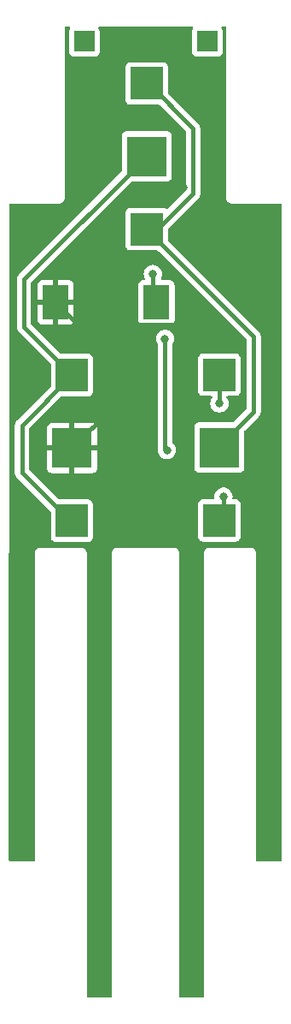
<source format=gbr>
%TF.GenerationSoftware,KiCad,Pcbnew,7.0.11*%
%TF.CreationDate,2025-02-23T17:02:07-08:00*%
%TF.ProjectId,enderman,656e6465-726d-4616-9e2e-6b696361645f,rev?*%
%TF.SameCoordinates,PX6ed1240PY84f1340*%
%TF.FileFunction,Copper,L2,Bot*%
%TF.FilePolarity,Positive*%
%FSLAX46Y46*%
G04 Gerber Fmt 4.6, Leading zero omitted, Abs format (unit mm)*
G04 Created by KiCad (PCBNEW 7.0.11) date 2025-02-23 17:02:07*
%MOMM*%
%LPD*%
G01*
G04 APERTURE LIST*
%TA.AperFunction,SMDPad,CuDef*%
%ADD10R,2.600000X3.400000*%
%TD*%
%TA.AperFunction,SMDPad,CuDef*%
%ADD11R,3.200000X3.200000*%
%TD*%
%TA.AperFunction,SMDPad,CuDef*%
%ADD12R,3.960000X3.960000*%
%TD*%
%TA.AperFunction,SMDPad,CuDef*%
%ADD13R,2.000000X2.000000*%
%TD*%
%TA.AperFunction,ViaPad*%
%ADD14C,0.800000*%
%TD*%
%TA.AperFunction,Conductor*%
%ADD15C,0.400000*%
%TD*%
G04 APERTURE END LIST*
D10*
%TO.P,LS1,1,1*%
%TO.N,Net-(LS1-Pad1)*%
X23550000Y71600000D03*
%TO.P,LS1,2,2*%
%TO.N,GND*%
X13550000Y71600000D03*
%TD*%
D11*
%TO.P,BT2,1,+*%
%TO.N,+6V*%
X29787500Y50050000D03*
X29787500Y64450000D03*
D12*
%TO.P,BT2,2,-*%
%TO.N,Net-(BT2--)*%
X29787500Y57250000D03*
%TD*%
D11*
%TO.P,BT3,1,+*%
%TO.N,Net-(BT2--)*%
X22587500Y78850000D03*
X22587500Y93250000D03*
D12*
%TO.P,BT3,2,-*%
%TO.N,Net-(BT1-+)*%
X22587500Y86050000D03*
%TD*%
D13*
%TO.P,TP1,1,1*%
%TO.N,unconnected-(TP1-Pad1)*%
X28600000Y97400000D03*
%TD*%
D11*
%TO.P,BT1,1,+*%
%TO.N,Net-(BT1-+)*%
X15175000Y64400000D03*
X15175000Y50000000D03*
D12*
%TO.P,BT1,2,-*%
%TO.N,GND*%
X15175000Y57200000D03*
%TD*%
D13*
%TO.P,TP2,1,1*%
%TO.N,unconnected-(TP2-Pad1)*%
X16400000Y97400000D03*
%TD*%
D14*
%TO.N,GND*%
X19200000Y50400000D03*
X25800000Y49200000D03*
X23200000Y62000000D03*
X28800000Y53000000D03*
X26200000Y83000000D03*
X23000000Y81600000D03*
X13600000Y68600000D03*
X26800000Y69400000D03*
X20000000Y80800000D03*
X19200000Y69400000D03*
X18200000Y57200000D03*
X22800000Y49200000D03*
%TO.N,+6V*%
X30200000Y52400000D03*
X29800000Y61600000D03*
%TO.N,Net-(U2A-Q)*%
X24400000Y68000000D03*
%TO.N,Net-(LS1-Pad1)*%
X23200000Y74400000D03*
%TO.N,Net-(U2A-Q)*%
X24600000Y57000000D03*
%TD*%
D15*
%TO.N,GND*%
X22800000Y49200000D02*
X20400000Y49200000D01*
X20400000Y49200000D02*
X15175000Y54425000D01*
X15175000Y54425000D02*
X15175000Y57200000D01*
X18200000Y57200000D02*
X18400000Y57200000D01*
X18400000Y57200000D02*
X23200000Y62000000D01*
X15175000Y57200000D02*
X18200000Y57200000D01*
X22800000Y49200000D02*
X25800000Y49200000D01*
X26200000Y83000000D02*
X24800000Y81600000D01*
X24800000Y81600000D02*
X23000000Y81600000D01*
%TO.N,Net-(BT2--)*%
X22587500Y93250000D02*
X22750000Y93250000D01*
X27200000Y88800000D02*
X27200000Y82400000D01*
X22750000Y93250000D02*
X27200000Y88800000D01*
X27200000Y82400000D02*
X23650000Y78850000D01*
X23650000Y78850000D02*
X22587500Y78850000D01*
%TO.N,GND*%
X23000000Y81600000D02*
X20800000Y81600000D01*
X20800000Y81600000D02*
X20000000Y80800000D01*
X13550000Y68650000D02*
X13600000Y68600000D01*
X13550000Y71600000D02*
X13550000Y68650000D01*
X19200000Y69400000D02*
X26800000Y69400000D01*
%TO.N,Net-(U2A-Q)*%
X24400000Y68000000D02*
X24400000Y57200000D01*
X24400000Y57200000D02*
X24600000Y57000000D01*
%TO.N,GND*%
X13550000Y74350000D02*
X20000000Y80800000D01*
X13550000Y71600000D02*
X13550000Y74350000D01*
X13550000Y71600000D02*
X15750000Y69400000D01*
X15750000Y69400000D02*
X19200000Y69400000D01*
%TO.N,Net-(BT1-+)*%
X15175000Y64425000D02*
X10400000Y69200000D01*
X15175000Y64400000D02*
X15175000Y64425000D01*
X10400000Y69200000D02*
X10400000Y73862500D01*
X10400000Y73862500D02*
X22587500Y86050000D01*
%TO.N,GND*%
X19200000Y61225000D02*
X19200000Y69400000D01*
X15175000Y57200000D02*
X19200000Y61225000D01*
%TO.N,+6V*%
X29787500Y64450000D02*
X29787500Y61612500D01*
X29787500Y61612500D02*
X29800000Y61600000D01*
X30200000Y50462500D02*
X29787500Y50050000D01*
X30200000Y52400000D02*
X30200000Y50462500D01*
%TO.N,Net-(BT2--)*%
X29787500Y57387500D02*
X33200000Y60800000D01*
X33200000Y60800000D02*
X33200000Y68237500D01*
X29787500Y57250000D02*
X29787500Y57387500D01*
X33200000Y68237500D02*
X22587500Y78850000D01*
%TO.N,Net-(LS1-Pad1)*%
X23200000Y71950000D02*
X23550000Y71600000D01*
X23200000Y74400000D02*
X23200000Y71950000D01*
%TO.N,Net-(BT1-+)*%
X15000000Y50000000D02*
X10200000Y54800000D01*
X15175000Y50000000D02*
X15000000Y50000000D01*
X10200000Y54800000D02*
X10200000Y59425000D01*
X10200000Y59425000D02*
X15175000Y64400000D01*
%TD*%
%TA.AperFunction,Conductor*%
%TO.N,GND*%
G36*
X14962189Y98872003D02*
G01*
X15007944Y98819199D01*
X15017888Y98750041D01*
X14994417Y98693377D01*
X14956204Y98642331D01*
X14956202Y98642329D01*
X14905908Y98507483D01*
X14899501Y98447884D01*
X14899501Y98447877D01*
X14899500Y98447865D01*
X14899500Y96352130D01*
X14899501Y96352124D01*
X14905908Y96292517D01*
X14956202Y96157672D01*
X14956206Y96157665D01*
X15042452Y96042456D01*
X15042455Y96042453D01*
X15157664Y95956207D01*
X15157671Y95956203D01*
X15292517Y95905909D01*
X15292516Y95905909D01*
X15299444Y95905165D01*
X15352127Y95899500D01*
X17447872Y95899501D01*
X17507483Y95905909D01*
X17642331Y95956204D01*
X17757546Y96042454D01*
X17843796Y96157669D01*
X17894091Y96292517D01*
X17900500Y96352127D01*
X17900499Y98447872D01*
X17894091Y98507483D01*
X17843796Y98642331D01*
X17805583Y98693377D01*
X17781166Y98758841D01*
X17796018Y98827114D01*
X17845423Y98876520D01*
X17904850Y98891688D01*
X27095150Y98891688D01*
X27162189Y98872003D01*
X27207944Y98819199D01*
X27217888Y98750041D01*
X27194417Y98693377D01*
X27156204Y98642331D01*
X27156202Y98642329D01*
X27105908Y98507483D01*
X27099501Y98447884D01*
X27099501Y98447877D01*
X27099500Y98447865D01*
X27099500Y96352130D01*
X27099501Y96352124D01*
X27105908Y96292517D01*
X27156202Y96157672D01*
X27156206Y96157665D01*
X27242452Y96042456D01*
X27242455Y96042453D01*
X27357664Y95956207D01*
X27357671Y95956203D01*
X27492517Y95905909D01*
X27492516Y95905909D01*
X27499444Y95905165D01*
X27552127Y95899500D01*
X29647872Y95899501D01*
X29707483Y95905909D01*
X29842331Y95956204D01*
X29957546Y96042454D01*
X30043796Y96157669D01*
X30094091Y96292517D01*
X30100500Y96352127D01*
X30100499Y98447872D01*
X30094091Y98507483D01*
X30043796Y98642331D01*
X30005583Y98693377D01*
X29981166Y98758841D01*
X29996018Y98827114D01*
X30045423Y98876520D01*
X30104850Y98891688D01*
X30365731Y98891688D01*
X30432770Y98872003D01*
X30478525Y98819199D01*
X30489731Y98767688D01*
X30489731Y81820225D01*
X30497421Y81794034D01*
X30501178Y81776765D01*
X30505066Y81749731D01*
X30516400Y81724912D01*
X30516404Y81724905D01*
X30522586Y81708330D01*
X30530277Y81682137D01*
X30530278Y81682135D01*
X30545037Y81659169D01*
X30553513Y81643647D01*
X30564854Y81618815D01*
X30576668Y81605181D01*
X30582727Y81598188D01*
X30593326Y81584028D01*
X30608084Y81561065D01*
X30608088Y81561060D01*
X30628719Y81543182D01*
X30641223Y81530678D01*
X30659101Y81510047D01*
X30659103Y81510045D01*
X30682075Y81495283D01*
X30696227Y81484688D01*
X30716858Y81466811D01*
X30740130Y81456183D01*
X30741682Y81455474D01*
X30757209Y81446996D01*
X30780178Y81432235D01*
X30806367Y81424545D01*
X30822944Y81418362D01*
X30847769Y81407025D01*
X30847770Y81407025D01*
X30847774Y81407023D01*
X30874774Y81403141D01*
X30874795Y81403138D01*
X30892077Y81399379D01*
X30918270Y81391688D01*
X30954432Y81391688D01*
X35865731Y81391688D01*
X35932770Y81372003D01*
X35978525Y81319199D01*
X35989731Y81267688D01*
X35989731Y46857338D01*
X35994708Y46840388D01*
X35999731Y46805452D01*
X35999731Y16473724D01*
X35980046Y16406685D01*
X35927242Y16360930D01*
X35875731Y16349724D01*
X33544651Y16349724D01*
X33477612Y16369409D01*
X33431857Y16422213D01*
X33420651Y16473724D01*
X33420651Y46901649D01*
X33420650Y46901654D01*
X33412959Y46927846D01*
X33409201Y46945124D01*
X33405316Y46972142D01*
X33405316Y46972144D01*
X33405316Y46972145D01*
X33401832Y46979774D01*
X33393977Y46996975D01*
X33387794Y47013552D01*
X33380104Y47039740D01*
X33380104Y47039742D01*
X33365343Y47062710D01*
X33356865Y47078237D01*
X33356156Y47079789D01*
X33345528Y47103061D01*
X33327651Y47123692D01*
X33317054Y47137848D01*
X33302294Y47160816D01*
X33302293Y47160817D01*
X33281661Y47178696D01*
X33269157Y47191200D01*
X33251279Y47211831D01*
X33251274Y47211835D01*
X33228311Y47226593D01*
X33214151Y47237192D01*
X33207158Y47243251D01*
X33193524Y47255065D01*
X33168692Y47266406D01*
X33153170Y47274882D01*
X33153168Y47274883D01*
X33130204Y47289641D01*
X33130202Y47289642D01*
X33104009Y47297333D01*
X33087439Y47303514D01*
X33062608Y47314853D01*
X33035574Y47318741D01*
X33018305Y47322498D01*
X32992114Y47330188D01*
X32992112Y47330188D01*
X32955950Y47330188D01*
X28865160Y47330188D01*
X28721238Y47330188D01*
X28721235Y47330188D01*
X28721233Y47330187D01*
X28695041Y47322498D01*
X28677767Y47318740D01*
X28650743Y47314854D01*
X28650740Y47314853D01*
X28625909Y47303513D01*
X28609340Y47297333D01*
X28596370Y47293525D01*
X28583146Y47289641D01*
X28583144Y47289641D01*
X28583144Y47289640D01*
X28560181Y47274883D01*
X28544660Y47266408D01*
X28519827Y47255067D01*
X28519824Y47255065D01*
X28499199Y47237193D01*
X28485039Y47226593D01*
X28462075Y47211835D01*
X28462070Y47211831D01*
X28444192Y47191199D01*
X28431688Y47178695D01*
X28411056Y47160817D01*
X28411052Y47160812D01*
X28396294Y47137848D01*
X28385694Y47123688D01*
X28367822Y47103063D01*
X28367820Y47103060D01*
X28356479Y47078227D01*
X28348004Y47062706D01*
X28333247Y47039743D01*
X28325554Y47013547D01*
X28319374Y46996978D01*
X28308034Y46972147D01*
X28308033Y46972144D01*
X28304147Y46945120D01*
X28300389Y46927846D01*
X28292700Y46901654D01*
X28292699Y46901646D01*
X28292699Y2991294D01*
X28273014Y2924255D01*
X28220210Y2878500D01*
X28168699Y2867294D01*
X25917699Y2867294D01*
X25850660Y2886979D01*
X25804905Y2939783D01*
X25793699Y2991294D01*
X25793699Y46901649D01*
X25793698Y46901654D01*
X25786007Y46927846D01*
X25782249Y46945124D01*
X25778364Y46972142D01*
X25778364Y46972144D01*
X25778364Y46972145D01*
X25774880Y46979774D01*
X25767025Y46996975D01*
X25760842Y47013552D01*
X25753152Y47039740D01*
X25753152Y47039742D01*
X25738391Y47062710D01*
X25729913Y47078237D01*
X25729204Y47079789D01*
X25718576Y47103061D01*
X25700699Y47123692D01*
X25690102Y47137848D01*
X25675342Y47160816D01*
X25675341Y47160817D01*
X25654709Y47178696D01*
X25642205Y47191200D01*
X25624327Y47211831D01*
X25624322Y47211835D01*
X25601359Y47226593D01*
X25587199Y47237192D01*
X25580206Y47243251D01*
X25566572Y47255065D01*
X25541740Y47266406D01*
X25526218Y47274882D01*
X25526216Y47274883D01*
X25503252Y47289641D01*
X25503250Y47289642D01*
X25477057Y47297333D01*
X25460487Y47303514D01*
X25435656Y47314853D01*
X25408622Y47318741D01*
X25391353Y47322498D01*
X25365162Y47330188D01*
X25365160Y47330188D01*
X25328998Y47330188D01*
X19699144Y47330188D01*
X19555222Y47330188D01*
X19555219Y47330188D01*
X19555217Y47330187D01*
X19529025Y47322498D01*
X19511751Y47318740D01*
X19484727Y47314854D01*
X19484724Y47314853D01*
X19459893Y47303513D01*
X19443324Y47297333D01*
X19430354Y47293525D01*
X19417130Y47289641D01*
X19417128Y47289641D01*
X19417128Y47289640D01*
X19394165Y47274883D01*
X19378644Y47266408D01*
X19353811Y47255067D01*
X19353808Y47255065D01*
X19333183Y47237193D01*
X19319023Y47226593D01*
X19296059Y47211835D01*
X19296054Y47211831D01*
X19278176Y47191199D01*
X19265672Y47178695D01*
X19245040Y47160817D01*
X19245036Y47160812D01*
X19230278Y47137848D01*
X19219678Y47123688D01*
X19201806Y47103063D01*
X19201804Y47103060D01*
X19190463Y47078227D01*
X19181988Y47062706D01*
X19167231Y47039743D01*
X19159538Y47013547D01*
X19153358Y46996978D01*
X19142018Y46972147D01*
X19142017Y46972144D01*
X19138131Y46945120D01*
X19134373Y46927846D01*
X19126684Y46901654D01*
X19126683Y46901646D01*
X19126683Y2977624D01*
X19106998Y2910585D01*
X19054194Y2864830D01*
X19002683Y2853624D01*
X16751683Y2853624D01*
X16684644Y2873309D01*
X16638889Y2926113D01*
X16627683Y2977624D01*
X16627683Y46901649D01*
X16627682Y46901654D01*
X16619991Y46927846D01*
X16616233Y46945124D01*
X16612348Y46972142D01*
X16612348Y46972144D01*
X16612348Y46972145D01*
X16608864Y46979774D01*
X16601009Y46996975D01*
X16594826Y47013552D01*
X16587136Y47039740D01*
X16587136Y47039742D01*
X16572375Y47062710D01*
X16563897Y47078237D01*
X16563188Y47079789D01*
X16552560Y47103061D01*
X16534683Y47123692D01*
X16524086Y47137848D01*
X16509326Y47160816D01*
X16509325Y47160817D01*
X16488693Y47178696D01*
X16476189Y47191200D01*
X16458311Y47211831D01*
X16458306Y47211835D01*
X16435343Y47226593D01*
X16421183Y47237192D01*
X16414190Y47243251D01*
X16400556Y47255065D01*
X16375724Y47266406D01*
X16360202Y47274882D01*
X16360200Y47274883D01*
X16337236Y47289641D01*
X16337234Y47289642D01*
X16311041Y47297333D01*
X16294471Y47303514D01*
X16269640Y47314853D01*
X16242606Y47318741D01*
X16225337Y47322498D01*
X16199146Y47330188D01*
X16199144Y47330188D01*
X16162982Y47330188D01*
X12071961Y47330188D01*
X11928039Y47330188D01*
X11928036Y47330188D01*
X11928034Y47330187D01*
X11901842Y47322498D01*
X11884568Y47318740D01*
X11857544Y47314854D01*
X11857541Y47314853D01*
X11832710Y47303513D01*
X11816141Y47297333D01*
X11803171Y47293525D01*
X11789947Y47289641D01*
X11789945Y47289641D01*
X11789945Y47289640D01*
X11766982Y47274883D01*
X11751461Y47266408D01*
X11726628Y47255067D01*
X11726625Y47255065D01*
X11706000Y47237193D01*
X11691840Y47226593D01*
X11668876Y47211835D01*
X11668871Y47211831D01*
X11650993Y47191199D01*
X11638489Y47178695D01*
X11617857Y47160817D01*
X11617853Y47160812D01*
X11603095Y47137848D01*
X11592495Y47123688D01*
X11574623Y47103063D01*
X11574621Y47103060D01*
X11563280Y47078227D01*
X11554805Y47062706D01*
X11540048Y47039743D01*
X11532355Y47013547D01*
X11526175Y46996978D01*
X11514835Y46972147D01*
X11514834Y46972144D01*
X11510948Y46945120D01*
X11507190Y46927846D01*
X11499501Y46901654D01*
X11499500Y46901646D01*
X11499500Y16450284D01*
X11479815Y16383245D01*
X11427011Y16337490D01*
X11375500Y16326284D01*
X9044422Y16326284D01*
X8977383Y16345969D01*
X8931628Y16398773D01*
X8920422Y16450284D01*
X8920422Y46784648D01*
X8925445Y46819584D01*
X8926531Y46823280D01*
X8930222Y46835852D01*
X8930222Y46979774D01*
X8930222Y54757395D01*
X9495642Y54757395D01*
X9506483Y54698230D01*
X9507610Y54690829D01*
X9514859Y54631129D01*
X9514860Y54631126D01*
X9518451Y54621657D01*
X9524474Y54600054D01*
X9526304Y54590070D01*
X9550991Y54535218D01*
X9553854Y54528306D01*
X9575182Y54472070D01*
X9575183Y54472069D01*
X9580936Y54463734D01*
X9591961Y54444187D01*
X9596120Y54434945D01*
X9596124Y54434940D01*
X9633215Y54387597D01*
X9637655Y54381562D01*
X9671812Y54332076D01*
X9671816Y54332071D01*
X9716828Y54292195D01*
X9722283Y54287060D01*
X13038181Y50971162D01*
X13071666Y50909839D01*
X13074500Y50883481D01*
X13074500Y48352130D01*
X13074501Y48352124D01*
X13080908Y48292517D01*
X13131202Y48157672D01*
X13131206Y48157665D01*
X13217452Y48042456D01*
X13217455Y48042453D01*
X13332664Y47956207D01*
X13332671Y47956203D01*
X13467517Y47905909D01*
X13467516Y47905909D01*
X13474444Y47905165D01*
X13527127Y47899500D01*
X16822872Y47899501D01*
X16882483Y47905909D01*
X17017331Y47956204D01*
X17132546Y48042454D01*
X17218796Y48157669D01*
X17269091Y48292517D01*
X17275500Y48352127D01*
X17275500Y48402130D01*
X27687000Y48402130D01*
X27687001Y48402124D01*
X27693408Y48342517D01*
X27743702Y48207672D01*
X27743706Y48207665D01*
X27829952Y48092456D01*
X27829955Y48092453D01*
X27945164Y48006207D01*
X27945171Y48006203D01*
X28080017Y47955909D01*
X28080016Y47955909D01*
X28086944Y47955165D01*
X28139627Y47949500D01*
X31435372Y47949501D01*
X31494983Y47955909D01*
X31629831Y48006204D01*
X31745046Y48092454D01*
X31831296Y48207669D01*
X31881591Y48342517D01*
X31888000Y48402127D01*
X31887999Y51697872D01*
X31881591Y51757483D01*
X31831296Y51892331D01*
X31831295Y51892332D01*
X31831293Y51892336D01*
X31745047Y52007545D01*
X31745044Y52007548D01*
X31629835Y52093794D01*
X31629828Y52093798D01*
X31494982Y52144092D01*
X31494983Y52144092D01*
X31435383Y52150499D01*
X31435381Y52150500D01*
X31435373Y52150500D01*
X31435365Y52150500D01*
X31216952Y52150500D01*
X31149913Y52170185D01*
X31104158Y52222989D01*
X31093631Y52287458D01*
X31105460Y52400000D01*
X31085674Y52588256D01*
X31027179Y52768284D01*
X30932533Y52932216D01*
X30805871Y53072888D01*
X30805870Y53072889D01*
X30652734Y53184149D01*
X30652729Y53184152D01*
X30479807Y53261143D01*
X30479802Y53261145D01*
X30334001Y53292135D01*
X30294646Y53300500D01*
X30105354Y53300500D01*
X30072897Y53293602D01*
X29920197Y53261145D01*
X29920192Y53261143D01*
X29747270Y53184152D01*
X29747265Y53184149D01*
X29594129Y53072889D01*
X29467466Y52932215D01*
X29372821Y52768285D01*
X29372818Y52768278D01*
X29314327Y52588260D01*
X29314326Y52588256D01*
X29294540Y52400001D01*
X29294540Y52400000D01*
X29306368Y52287461D01*
X29293798Y52218731D01*
X29246066Y52167708D01*
X29183047Y52150500D01*
X28139629Y52150500D01*
X28139623Y52150499D01*
X28080016Y52144092D01*
X27945171Y52093798D01*
X27945164Y52093794D01*
X27829955Y52007548D01*
X27829952Y52007545D01*
X27743706Y51892336D01*
X27743702Y51892329D01*
X27693408Y51757483D01*
X27688033Y51707484D01*
X27687001Y51697877D01*
X27687000Y51697865D01*
X27687000Y48402130D01*
X17275500Y48402130D01*
X17275499Y51647872D01*
X17269091Y51707483D01*
X17250442Y51757483D01*
X17218797Y51842329D01*
X17218793Y51842336D01*
X17132547Y51957545D01*
X17132544Y51957548D01*
X17017335Y52043794D01*
X17017328Y52043798D01*
X16882482Y52094092D01*
X16882483Y52094092D01*
X16822883Y52100499D01*
X16822881Y52100500D01*
X16822873Y52100500D01*
X16822865Y52100500D01*
X13941519Y52100500D01*
X13874480Y52120185D01*
X13853838Y52136819D01*
X10936819Y55053838D01*
X10903334Y55115161D01*
X10900500Y55141519D01*
X10900500Y56950000D01*
X12695000Y56950000D01*
X12695000Y55172156D01*
X12701401Y55112628D01*
X12701403Y55112621D01*
X12751645Y54977914D01*
X12751649Y54977907D01*
X12837809Y54862813D01*
X12837812Y54862810D01*
X12952906Y54776650D01*
X12952913Y54776646D01*
X13087620Y54726404D01*
X13087627Y54726402D01*
X13147155Y54720001D01*
X13147172Y54720000D01*
X14925000Y54720000D01*
X14925000Y56950000D01*
X15425000Y56950000D01*
X15425000Y54720000D01*
X17202828Y54720000D01*
X17202844Y54720001D01*
X17262372Y54726402D01*
X17262379Y54726404D01*
X17397086Y54776646D01*
X17397093Y54776650D01*
X17512187Y54862810D01*
X17512190Y54862813D01*
X17598350Y54977907D01*
X17598354Y54977914D01*
X17648596Y55112621D01*
X17648598Y55112628D01*
X17654999Y55172156D01*
X17655000Y55172173D01*
X17655000Y56950000D01*
X15425000Y56950000D01*
X14925000Y56950000D01*
X12695000Y56950000D01*
X10900500Y56950000D01*
X10900500Y57450000D01*
X12695000Y57450000D01*
X14925000Y57450000D01*
X14925000Y59680000D01*
X15425000Y59680000D01*
X15425000Y57450000D01*
X17655000Y57450000D01*
X17655000Y59227828D01*
X17654999Y59227845D01*
X17648598Y59287373D01*
X17648596Y59287380D01*
X17598354Y59422087D01*
X17598350Y59422094D01*
X17512190Y59537188D01*
X17512187Y59537191D01*
X17397093Y59623351D01*
X17397086Y59623355D01*
X17262379Y59673597D01*
X17262372Y59673599D01*
X17202844Y59680000D01*
X15425000Y59680000D01*
X14925000Y59680000D01*
X13147155Y59680000D01*
X13087627Y59673599D01*
X13087620Y59673597D01*
X12952913Y59623355D01*
X12952906Y59623351D01*
X12837812Y59537191D01*
X12837809Y59537188D01*
X12751649Y59422094D01*
X12751645Y59422087D01*
X12701403Y59287380D01*
X12701401Y59287373D01*
X12695000Y59227845D01*
X12695000Y57450000D01*
X10900500Y57450000D01*
X10900500Y59083483D01*
X10920185Y59150522D01*
X10936814Y59171159D01*
X14028837Y62263183D01*
X14090160Y62296667D01*
X14116518Y62299501D01*
X16822871Y62299501D01*
X16822872Y62299501D01*
X16882483Y62305909D01*
X17017331Y62356204D01*
X17132546Y62442454D01*
X17218796Y62557669D01*
X17269091Y62692517D01*
X17275500Y62752127D01*
X17275499Y66047872D01*
X17269091Y66107483D01*
X17250442Y66157483D01*
X17218797Y66242329D01*
X17218793Y66242336D01*
X17132547Y66357545D01*
X17132544Y66357548D01*
X17017335Y66443794D01*
X17017328Y66443798D01*
X16882482Y66494092D01*
X16882483Y66494092D01*
X16822883Y66500499D01*
X16822881Y66500500D01*
X16822873Y66500500D01*
X16822865Y66500500D01*
X14141519Y66500500D01*
X14074480Y66520185D01*
X14053838Y66536819D01*
X12590657Y68000000D01*
X23494540Y68000000D01*
X23514326Y67811744D01*
X23514327Y67811741D01*
X23572818Y67631723D01*
X23572821Y67631716D01*
X23667466Y67467785D01*
X23667648Y67467583D01*
X23667716Y67467441D01*
X23671285Y67462529D01*
X23670386Y67461877D01*
X23697879Y67404592D01*
X23699500Y67384609D01*
X23699500Y57224922D01*
X23699274Y57217434D01*
X23695642Y57157397D01*
X23695642Y57157395D01*
X23702236Y57121407D01*
X23703588Y57086097D01*
X23694540Y57000000D01*
X23714326Y56811744D01*
X23714327Y56811741D01*
X23772818Y56631723D01*
X23772821Y56631716D01*
X23867467Y56467784D01*
X23994129Y56327112D01*
X24147265Y56215852D01*
X24147270Y56215849D01*
X24320192Y56138858D01*
X24320197Y56138856D01*
X24505354Y56099500D01*
X24505355Y56099500D01*
X24694644Y56099500D01*
X24694646Y56099500D01*
X24879803Y56138856D01*
X25052730Y56215849D01*
X25205871Y56327112D01*
X25332533Y56467784D01*
X25427179Y56631716D01*
X25485674Y56811744D01*
X25505460Y57000000D01*
X25485674Y57188256D01*
X25427179Y57368284D01*
X25332533Y57532216D01*
X25282922Y57587314D01*
X25205876Y57672884D01*
X25205871Y57672888D01*
X25151613Y57712310D01*
X25108948Y57767641D01*
X25100500Y57812627D01*
X25100500Y62802130D01*
X27687000Y62802130D01*
X27687001Y62802124D01*
X27693408Y62742517D01*
X27743702Y62607672D01*
X27743706Y62607665D01*
X27829952Y62492456D01*
X27829955Y62492453D01*
X27945164Y62406207D01*
X27945171Y62406203D01*
X28080017Y62355909D01*
X28080016Y62355909D01*
X28086944Y62355165D01*
X28139627Y62349500D01*
X28963000Y62349501D01*
X29030039Y62329817D01*
X29075794Y62277013D01*
X29087000Y62225501D01*
X29087000Y62199275D01*
X29070388Y62137276D01*
X28972820Y61968282D01*
X28972818Y61968278D01*
X28914327Y61788260D01*
X28914326Y61788256D01*
X28894540Y61600000D01*
X28914326Y61411744D01*
X28914327Y61411741D01*
X28972818Y61231723D01*
X28972821Y61231716D01*
X29067467Y61067784D01*
X29194129Y60927112D01*
X29347265Y60815852D01*
X29347270Y60815849D01*
X29520192Y60738858D01*
X29520197Y60738856D01*
X29705354Y60699500D01*
X29705355Y60699500D01*
X29894644Y60699500D01*
X29894646Y60699500D01*
X30079803Y60738856D01*
X30252730Y60815849D01*
X30405871Y60927112D01*
X30532533Y61067784D01*
X30627179Y61231716D01*
X30685674Y61411744D01*
X30705460Y61600000D01*
X30685674Y61788256D01*
X30627179Y61968284D01*
X30532533Y62132216D01*
X30523246Y62142530D01*
X30493017Y62205520D01*
X30501642Y62274855D01*
X30546383Y62328521D01*
X30613036Y62349479D01*
X30615397Y62349501D01*
X31435371Y62349501D01*
X31435372Y62349501D01*
X31494983Y62355909D01*
X31629831Y62406204D01*
X31745046Y62492454D01*
X31831296Y62607669D01*
X31881591Y62742517D01*
X31888000Y62802127D01*
X31887999Y66097872D01*
X31881591Y66157483D01*
X31831296Y66292331D01*
X31831295Y66292332D01*
X31831293Y66292336D01*
X31745047Y66407545D01*
X31745044Y66407548D01*
X31629835Y66493794D01*
X31629828Y66493798D01*
X31494982Y66544092D01*
X31494983Y66544092D01*
X31435383Y66550499D01*
X31435381Y66550500D01*
X31435373Y66550500D01*
X31435364Y66550500D01*
X28139629Y66550500D01*
X28139623Y66550499D01*
X28080016Y66544092D01*
X27945171Y66493798D01*
X27945164Y66493794D01*
X27829955Y66407548D01*
X27829952Y66407545D01*
X27743706Y66292336D01*
X27743702Y66292329D01*
X27693408Y66157483D01*
X27688033Y66107484D01*
X27687001Y66097877D01*
X27687000Y66097865D01*
X27687000Y62802130D01*
X25100500Y62802130D01*
X25100500Y67384609D01*
X25120185Y67451648D01*
X25132352Y67467583D01*
X25132533Y67467784D01*
X25227179Y67631716D01*
X25285674Y67811744D01*
X25305460Y68000000D01*
X25285674Y68188256D01*
X25227179Y68368284D01*
X25132533Y68532216D01*
X25005871Y68672888D01*
X24982719Y68689709D01*
X24852734Y68784149D01*
X24852729Y68784152D01*
X24679807Y68861143D01*
X24679802Y68861145D01*
X24534001Y68892135D01*
X24494646Y68900500D01*
X24305354Y68900500D01*
X24272897Y68893602D01*
X24120197Y68861145D01*
X24120192Y68861143D01*
X23947270Y68784152D01*
X23947265Y68784149D01*
X23794129Y68672889D01*
X23667466Y68532215D01*
X23572821Y68368285D01*
X23572818Y68368278D01*
X23522233Y68212592D01*
X23514326Y68188256D01*
X23494540Y68000000D01*
X12590657Y68000000D01*
X11136819Y69453838D01*
X11103334Y69515161D01*
X11100500Y69541519D01*
X11100500Y71350000D01*
X11750000Y71350000D01*
X11750000Y69852156D01*
X11756401Y69792628D01*
X11756403Y69792621D01*
X11806645Y69657914D01*
X11806649Y69657907D01*
X11892809Y69542813D01*
X11892812Y69542810D01*
X12007906Y69456650D01*
X12007913Y69456646D01*
X12142620Y69406404D01*
X12142627Y69406402D01*
X12202155Y69400001D01*
X12202172Y69400000D01*
X13300000Y69400000D01*
X13300000Y71350000D01*
X13800000Y71350000D01*
X13800000Y69400000D01*
X14897828Y69400000D01*
X14897844Y69400001D01*
X14957372Y69406402D01*
X14957379Y69406404D01*
X15092086Y69456646D01*
X15092093Y69456650D01*
X15207187Y69542810D01*
X15207190Y69542813D01*
X15293350Y69657907D01*
X15293354Y69657914D01*
X15343596Y69792621D01*
X15343598Y69792628D01*
X15349996Y69852130D01*
X21749500Y69852130D01*
X21749501Y69852124D01*
X21755908Y69792517D01*
X21806202Y69657672D01*
X21806206Y69657665D01*
X21892452Y69542456D01*
X21892455Y69542453D01*
X22007664Y69456207D01*
X22007671Y69456203D01*
X22142517Y69405909D01*
X22142516Y69405909D01*
X22149444Y69405165D01*
X22202127Y69399500D01*
X24897872Y69399501D01*
X24957483Y69405909D01*
X25092331Y69456204D01*
X25207546Y69542454D01*
X25293796Y69657669D01*
X25344091Y69792517D01*
X25350500Y69852127D01*
X25350499Y73347872D01*
X25344091Y73407483D01*
X25293884Y73542094D01*
X25293797Y73542329D01*
X25293793Y73542336D01*
X25207547Y73657545D01*
X25207544Y73657548D01*
X25092335Y73743794D01*
X25092328Y73743798D01*
X24957482Y73794092D01*
X24957483Y73794092D01*
X24897883Y73800499D01*
X24897881Y73800500D01*
X24897873Y73800500D01*
X24897865Y73800500D01*
X24108460Y73800500D01*
X24041421Y73820185D01*
X23995666Y73872989D01*
X23985722Y73942147D01*
X24001073Y73986499D01*
X24027179Y74031716D01*
X24085674Y74211744D01*
X24105460Y74400000D01*
X24085674Y74588256D01*
X24027179Y74768284D01*
X23932533Y74932216D01*
X23805871Y75072888D01*
X23805870Y75072889D01*
X23652734Y75184149D01*
X23652729Y75184152D01*
X23479807Y75261143D01*
X23479802Y75261145D01*
X23334001Y75292135D01*
X23294646Y75300500D01*
X23105354Y75300500D01*
X23072897Y75293602D01*
X22920197Y75261145D01*
X22920192Y75261143D01*
X22747270Y75184152D01*
X22747265Y75184149D01*
X22594129Y75072889D01*
X22467466Y74932215D01*
X22372821Y74768285D01*
X22372818Y74768278D01*
X22314327Y74588260D01*
X22314326Y74588256D01*
X22294540Y74400000D01*
X22314326Y74211744D01*
X22314327Y74211741D01*
X22372818Y74031723D01*
X22372820Y74031719D01*
X22372821Y74031716D01*
X22373020Y74031372D01*
X22398927Y73986499D01*
X22415398Y73918598D01*
X22392546Y73852572D01*
X22337624Y73809382D01*
X22291540Y73800500D01*
X22202130Y73800500D01*
X22202123Y73800499D01*
X22142516Y73794092D01*
X22007671Y73743798D01*
X22007664Y73743794D01*
X21892455Y73657548D01*
X21892452Y73657545D01*
X21806206Y73542336D01*
X21806202Y73542329D01*
X21755908Y73407483D01*
X21749501Y73347884D01*
X21749501Y73347877D01*
X21749500Y73347865D01*
X21749500Y69852130D01*
X15349996Y69852130D01*
X15349999Y69852156D01*
X15350000Y69852173D01*
X15350000Y71350000D01*
X13800000Y71350000D01*
X13300000Y71350000D01*
X11750000Y71350000D01*
X11100500Y71350000D01*
X11100500Y71850000D01*
X11750000Y71850000D01*
X13300000Y71850000D01*
X13300000Y73800000D01*
X13800000Y73800000D01*
X13800000Y71850000D01*
X15350000Y71850000D01*
X15350000Y73347828D01*
X15349999Y73347845D01*
X15343598Y73407373D01*
X15343596Y73407380D01*
X15293354Y73542087D01*
X15293350Y73542094D01*
X15207190Y73657188D01*
X15207187Y73657191D01*
X15092093Y73743351D01*
X15092086Y73743355D01*
X14957379Y73793597D01*
X14957372Y73793599D01*
X14897844Y73800000D01*
X13800000Y73800000D01*
X13300000Y73800000D01*
X12202155Y73800000D01*
X12142627Y73793599D01*
X12142620Y73793597D01*
X12007913Y73743355D01*
X12007906Y73743351D01*
X11892812Y73657191D01*
X11892809Y73657188D01*
X11806649Y73542094D01*
X11806645Y73542087D01*
X11756403Y73407380D01*
X11756401Y73407373D01*
X11750000Y73347845D01*
X11750000Y71850000D01*
X11100500Y71850000D01*
X11100500Y73520982D01*
X11120185Y73588021D01*
X11136814Y73608658D01*
X14730286Y77202130D01*
X20487000Y77202130D01*
X20487001Y77202124D01*
X20493408Y77142517D01*
X20543702Y77007672D01*
X20543706Y77007665D01*
X20629952Y76892456D01*
X20629955Y76892453D01*
X20745164Y76806207D01*
X20745171Y76806203D01*
X20880017Y76755909D01*
X20880016Y76755909D01*
X20886944Y76755165D01*
X20939627Y76749500D01*
X23645980Y76749501D01*
X23713019Y76729816D01*
X23733661Y76713182D01*
X32463181Y67983662D01*
X32496666Y67922339D01*
X32499500Y67895981D01*
X32499500Y61141520D01*
X32479815Y61074481D01*
X32463181Y61053839D01*
X31176161Y59766819D01*
X31114838Y59733334D01*
X31088480Y59730500D01*
X27759629Y59730500D01*
X27759623Y59730499D01*
X27700016Y59724092D01*
X27565171Y59673798D01*
X27565164Y59673794D01*
X27449955Y59587548D01*
X27449952Y59587545D01*
X27363706Y59472336D01*
X27363702Y59472329D01*
X27313408Y59337483D01*
X27307001Y59277884D01*
X27307000Y59277865D01*
X27307000Y55222130D01*
X27307001Y55222124D01*
X27313408Y55162517D01*
X27363702Y55027672D01*
X27363706Y55027665D01*
X27449952Y54912456D01*
X27449955Y54912453D01*
X27565164Y54826207D01*
X27565171Y54826203D01*
X27700017Y54775909D01*
X27700016Y54775909D01*
X27706944Y54775165D01*
X27759627Y54769500D01*
X31815372Y54769501D01*
X31874983Y54775909D01*
X32009831Y54826204D01*
X32125046Y54912454D01*
X32211296Y55027669D01*
X32261591Y55162517D01*
X32268000Y55222127D01*
X32267999Y58825983D01*
X32287684Y58893021D01*
X32304313Y58913658D01*
X33677731Y60287076D01*
X33683151Y60292178D01*
X33728183Y60332071D01*
X33762362Y60381589D01*
X33766789Y60387604D01*
X33803878Y60434944D01*
X33808037Y60444187D01*
X33819061Y60463732D01*
X33824818Y60472070D01*
X33846145Y60528306D01*
X33849013Y60535230D01*
X33873693Y60590064D01*
X33873693Y60590066D01*
X33873695Y60590069D01*
X33875522Y60600041D01*
X33881546Y60621653D01*
X33885140Y60631128D01*
X33892387Y60690816D01*
X33893514Y60698223D01*
X33893748Y60699500D01*
X33904358Y60757394D01*
X33900726Y60817435D01*
X33900500Y60824922D01*
X33900500Y68212592D01*
X33900726Y68220079D01*
X33904357Y68280106D01*
X33904356Y68280109D01*
X33893516Y68339265D01*
X33892389Y68346670D01*
X33885140Y68406371D01*
X33885139Y68406375D01*
X33881546Y68415849D01*
X33875519Y68437471D01*
X33873694Y68447430D01*
X33873694Y68447432D01*
X33849012Y68502272D01*
X33846151Y68509178D01*
X33824818Y68565430D01*
X33819059Y68573773D01*
X33808030Y68593328D01*
X33803877Y68602557D01*
X33803874Y68602562D01*
X33766788Y68649899D01*
X33762349Y68655931D01*
X33740862Y68687060D01*
X33728183Y68705429D01*
X33683153Y68745322D01*
X33677715Y68750442D01*
X24724318Y77703839D01*
X24690833Y77765162D01*
X24687999Y77791520D01*
X24687999Y78845981D01*
X24707684Y78913020D01*
X24724318Y78933662D01*
X27677731Y81887076D01*
X27683151Y81892178D01*
X27728183Y81932071D01*
X27762366Y81981596D01*
X27766775Y81987587D01*
X27803878Y82034943D01*
X27808037Y82044185D01*
X27819062Y82063732D01*
X27824818Y82072070D01*
X27846146Y82128312D01*
X27849002Y82135209D01*
X27873694Y82190068D01*
X27875520Y82200035D01*
X27881548Y82221660D01*
X27885140Y82231128D01*
X27892389Y82290831D01*
X27893516Y82298238D01*
X27904357Y82357394D01*
X27900726Y82417423D01*
X27900500Y82424910D01*
X27900500Y88775092D01*
X27900726Y88782579D01*
X27904357Y88842606D01*
X27904356Y88842609D01*
X27893516Y88901765D01*
X27892389Y88909170D01*
X27885140Y88968871D01*
X27885139Y88968875D01*
X27881546Y88978349D01*
X27875519Y88999971D01*
X27873694Y89009930D01*
X27873694Y89009932D01*
X27849012Y89064772D01*
X27846151Y89071678D01*
X27824818Y89127930D01*
X27819059Y89136273D01*
X27808030Y89155828D01*
X27803877Y89165057D01*
X27803874Y89165062D01*
X27766788Y89212399D01*
X27762349Y89218431D01*
X27757827Y89224982D01*
X27728183Y89267929D01*
X27683153Y89307822D01*
X27677715Y89312942D01*
X24724318Y92266339D01*
X24690833Y92327662D01*
X24687999Y92354020D01*
X24687999Y94897871D01*
X24687998Y94897877D01*
X24687997Y94897884D01*
X24681591Y94957483D01*
X24631296Y95092331D01*
X24631295Y95092332D01*
X24631293Y95092336D01*
X24545047Y95207545D01*
X24545044Y95207548D01*
X24429835Y95293794D01*
X24429828Y95293798D01*
X24294982Y95344092D01*
X24294983Y95344092D01*
X24235383Y95350499D01*
X24235381Y95350500D01*
X24235373Y95350500D01*
X24235364Y95350500D01*
X20939629Y95350500D01*
X20939623Y95350499D01*
X20880016Y95344092D01*
X20745171Y95293798D01*
X20745164Y95293794D01*
X20629955Y95207548D01*
X20629952Y95207545D01*
X20543706Y95092336D01*
X20543702Y95092329D01*
X20493408Y94957483D01*
X20487001Y94897884D01*
X20487001Y94897877D01*
X20487000Y94897865D01*
X20487000Y91602130D01*
X20487001Y91602124D01*
X20493408Y91542517D01*
X20543702Y91407672D01*
X20543706Y91407665D01*
X20629952Y91292456D01*
X20629955Y91292453D01*
X20745164Y91206207D01*
X20745171Y91206203D01*
X20880017Y91155909D01*
X20880016Y91155909D01*
X20886944Y91155165D01*
X20939627Y91149500D01*
X23808480Y91149501D01*
X23875519Y91129816D01*
X23896161Y91113182D01*
X26463181Y88546162D01*
X26496666Y88484839D01*
X26499500Y88458481D01*
X26499500Y82741520D01*
X26479815Y82674481D01*
X26463181Y82653839D01*
X24662108Y80852767D01*
X24600785Y80819282D01*
X24531093Y80824266D01*
X24500116Y80841181D01*
X24429831Y80893796D01*
X24429828Y80893798D01*
X24294982Y80944092D01*
X24294983Y80944092D01*
X24235383Y80950499D01*
X24235381Y80950500D01*
X24235373Y80950500D01*
X24235364Y80950500D01*
X20939629Y80950500D01*
X20939623Y80950499D01*
X20880016Y80944092D01*
X20745171Y80893798D01*
X20745164Y80893794D01*
X20629955Y80807548D01*
X20629952Y80807545D01*
X20543706Y80692336D01*
X20543702Y80692329D01*
X20493408Y80557483D01*
X20487001Y80497884D01*
X20487000Y80497865D01*
X20487000Y77202130D01*
X14730286Y77202130D01*
X21061338Y83533183D01*
X21122661Y83566667D01*
X21149019Y83569501D01*
X24615371Y83569501D01*
X24615372Y83569501D01*
X24674983Y83575909D01*
X24809831Y83626204D01*
X24925046Y83712454D01*
X25011296Y83827669D01*
X25061591Y83962517D01*
X25068000Y84022127D01*
X25067999Y88077872D01*
X25061591Y88137483D01*
X25011296Y88272331D01*
X25011295Y88272332D01*
X25011293Y88272336D01*
X24925047Y88387545D01*
X24925044Y88387548D01*
X24809835Y88473794D01*
X24809828Y88473798D01*
X24674982Y88524092D01*
X24674983Y88524092D01*
X24615383Y88530499D01*
X24615381Y88530500D01*
X24615373Y88530500D01*
X24615364Y88530500D01*
X20559629Y88530500D01*
X20559623Y88530499D01*
X20500016Y88524092D01*
X20365171Y88473798D01*
X20365164Y88473794D01*
X20249955Y88387548D01*
X20249952Y88387545D01*
X20163706Y88272336D01*
X20163702Y88272329D01*
X20113408Y88137483D01*
X20107001Y88077884D01*
X20107001Y88077877D01*
X20107000Y88077865D01*
X20107000Y84611520D01*
X20087315Y84544481D01*
X20070681Y84523839D01*
X9922290Y74375449D01*
X9916838Y74370317D01*
X9871819Y74330432D01*
X9837649Y74280931D01*
X9833213Y74274903D01*
X9796124Y74227562D01*
X9796119Y74227552D01*
X9791960Y74218312D01*
X9780942Y74198777D01*
X9775187Y74190439D01*
X9775179Y74190424D01*
X9753853Y74134195D01*
X9750989Y74127280D01*
X9726305Y74072432D01*
X9724477Y74062458D01*
X9718453Y74040847D01*
X9714860Y74031373D01*
X9714860Y74031372D01*
X9707610Y73971673D01*
X9706483Y73964273D01*
X9695642Y73905111D01*
X9695642Y73905105D01*
X9699274Y73845068D01*
X9699500Y73837580D01*
X9699500Y69224922D01*
X9699274Y69217434D01*
X9695642Y69157397D01*
X9695642Y69157395D01*
X9706483Y69098230D01*
X9707610Y69090829D01*
X9714859Y69031129D01*
X9714860Y69031126D01*
X9718451Y69021657D01*
X9724474Y69000054D01*
X9726304Y68990070D01*
X9750991Y68935218D01*
X9753854Y68928306D01*
X9775182Y68872070D01*
X9775183Y68872069D01*
X9780936Y68863734D01*
X9791961Y68844187D01*
X9796120Y68834945D01*
X9796124Y68834940D01*
X9833215Y68787597D01*
X9837655Y68781562D01*
X9871812Y68732076D01*
X9871816Y68732071D01*
X9916828Y68692195D01*
X9922283Y68687060D01*
X13038181Y65571162D01*
X13071666Y65509839D01*
X13074500Y65483481D01*
X13074500Y63341520D01*
X13054815Y63274481D01*
X13038181Y63253839D01*
X9722290Y59937949D01*
X9716838Y59932817D01*
X9671819Y59892932D01*
X9637649Y59843431D01*
X9633213Y59837403D01*
X9596124Y59790062D01*
X9596119Y59790052D01*
X9591960Y59780812D01*
X9580942Y59761277D01*
X9575187Y59752939D01*
X9575179Y59752924D01*
X9553853Y59696695D01*
X9550989Y59689780D01*
X9526305Y59634932D01*
X9524477Y59624958D01*
X9518453Y59603347D01*
X9514860Y59593873D01*
X9514860Y59593872D01*
X9507610Y59534173D01*
X9506483Y59526773D01*
X9495642Y59467611D01*
X9495642Y59467605D01*
X9499274Y59407568D01*
X9499500Y59400080D01*
X9499500Y54824922D01*
X9499274Y54817434D01*
X9495642Y54757397D01*
X9495642Y54757395D01*
X8930222Y54757395D01*
X8930222Y81267688D01*
X8949907Y81334727D01*
X9002711Y81380482D01*
X9054222Y81391688D01*
X13999730Y81391688D01*
X13999731Y81391688D01*
X14025928Y81399381D01*
X14043193Y81403137D01*
X14070226Y81407023D01*
X14095056Y81418364D01*
X14111624Y81424544D01*
X14137823Y81432235D01*
X14160793Y81446998D01*
X14176304Y81455469D01*
X14201142Y81466811D01*
X14221772Y81484688D01*
X14235923Y81495282D01*
X14258898Y81510046D01*
X14276775Y81530678D01*
X14289281Y81543185D01*
X14309912Y81561060D01*
X14324676Y81584035D01*
X14335262Y81598177D01*
X14353147Y81618816D01*
X14364486Y81643645D01*
X14372967Y81659177D01*
X14387722Y81682135D01*
X14395413Y81708332D01*
X14401594Y81724903D01*
X14412934Y81749732D01*
X14416820Y81776765D01*
X14420577Y81794034D01*
X14428269Y81820227D01*
X14428269Y81964149D01*
X14428269Y81988586D01*
X14428267Y81988707D01*
X14428236Y98767689D01*
X14447920Y98834727D01*
X14500724Y98880482D01*
X14552236Y98891688D01*
X14895150Y98891688D01*
X14962189Y98872003D01*
G37*
%TD.AperFunction*%
%TD*%
M02*

</source>
